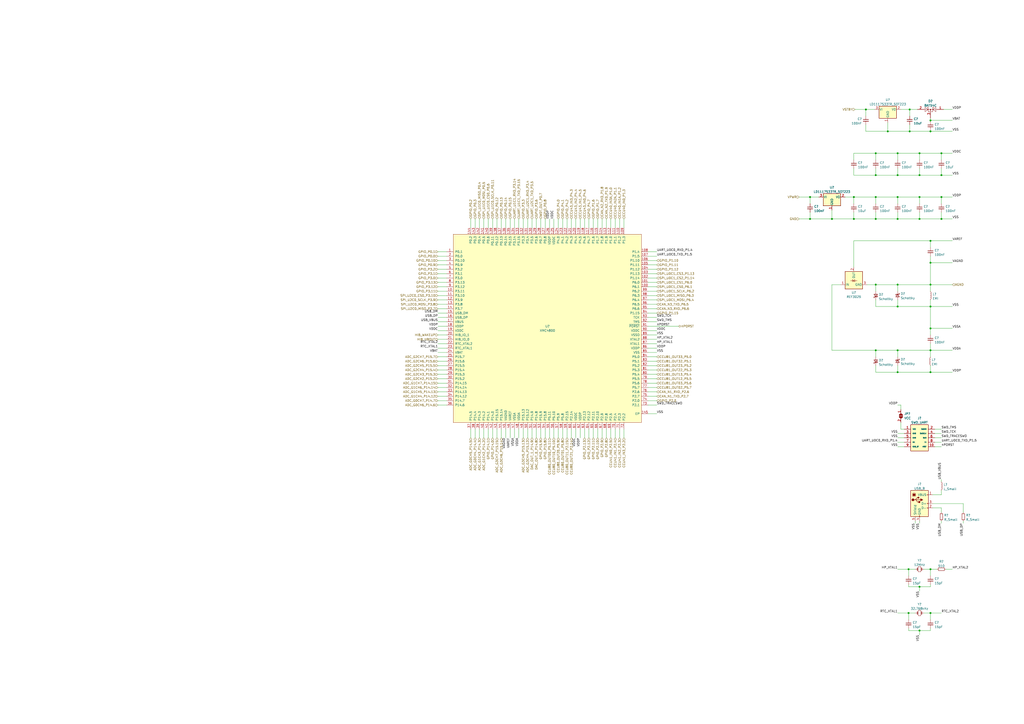
<source format=kicad_sch>
(kicad_sch (version 20211123) (generator eeschema)
  (paper "A2")
  (lib_symbols
    (symbol "Connector:USB_B" (pin_names (offset 1.016))
      (property "Reference" "J" (at -5.08 11.43 0))
      (property "Value" "USB_B" (at -5.08 8.89 0))
      (symbol "USB_B_1_1"
        (pin power_out line (at 7.62 5.08 180) (length 2.54) (name "VBUS") (number "1"))
        (pin bidirectional line (at 7.62 -2.54 180) (length 2.54) (name "D-") (number "2"))
        (pin bidirectional line (at 7.62 0 180) (length 2.54) (name "D+") (number "3"))
        (pin power_out line (at 0 -10.16 90) (length 2.54) (name "GND") (number "4"))
        (pin passive line (at -2.54 -10.16 90) (length 2.54) (name "Shield") (number "5"))
      )
    )
    (symbol "Device:C_Small" (pin_numbers hide) (pin_names (offset 0.254) hide)
      (property "Reference" "C" (at 0.254 1.778 0))
      (property "Value" "C_Small" (at 0.254 -2.032 0))
      (symbol "C_Small_1_1"
        (pin passive line (at 0 2.54 270) (length 2.032) (name "~") (number "1"))
        (pin passive line (at 0 -2.54 90) (length 2.032) (name "~") (number "2"))
      )
    )
    (symbol "Device:Crystal_Small" (pin_numbers hide) (pin_names (offset 1.016) hide)
      (property "Reference" "Y" (at 0 2.54 0))
      (property "Value" "Crystal_Small" (at 0 -2.54 0))
      (symbol "Crystal_Small_1_1"
        (pin passive line (at -2.54 0 0) (length 1.27) (name "1") (number "1"))
        (pin passive line (at 2.54 0 180) (length 1.27) (name "2") (number "2"))
      )
    )
    (symbol "Device:D_Schottky_Small" (pin_numbers hide) (pin_names (offset 0.254) hide)
      (property "Reference" "D" (at -1.27 2.032 0))
      (property "Value" "D_Schottky_Small" (at -7.112 -2.032 0))
      (symbol "D_Schottky_Small_1_1"
        (pin passive line (at -2.54 0 0) (length 1.778) (name "K") (number "1"))
        (pin passive line (at 2.54 0 180) (length 1.778) (name "A") (number "2"))
      )
    )
    (symbol "Device:L_Small" (pin_numbers hide) (pin_names (offset 0.254) hide)
      (property "Reference" "L" (at 0.762 1.016 0))
      (property "Value" "L_Small" (at 0.762 -1.016 0))
      (symbol "L_Small_1_1"
        (pin passive line (at 0 2.54 270) (length 0.508) (name "~") (number "1"))
        (pin passive line (at 0 -2.54 90) (length 0.508) (name "~") (number "2"))
      )
    )
    (symbol "Device:R_Small" (pin_numbers hide) (pin_names (offset 0.254) hide)
      (property "Reference" "R" (at 0.762 0.508 0))
      (property "Value" "R_Small" (at 0.762 -1.016 0))
      (symbol "R_Small_1_1"
        (pin passive line (at 0 2.54 270) (length 0.762) (name "~") (number "1"))
        (pin passive line (at 0 -2.54 90) (length 0.762) (name "~") (number "2"))
      )
    )
    (symbol "Diode:BAT54C" (pin_names (offset 1.016))
      (property "Reference" "D" (at 0.635 -3.81 0))
      (property "Value" "BAT54C" (at -6.35 3.175 0))
      (symbol "BAT54C_1_1"
        (pin passive line (at -7.62 0 0) (length 3.81) (name "~") (number "1"))
        (pin passive line (at 7.62 0 180) (length 3.81) (name "~") (number "2"))
        (pin passive line (at 0 -5.08 90) (length 5.08) (name "~") (number "3"))
      )
    )
    (symbol "Jumper:SolderJumper_2_Open" (pin_names (offset 0) hide)
      (property "Reference" "JP" (at 0 2.032 0))
      (property "Value" "SolderJumper_2_Open" (at 0 -2.54 0))
      (symbol "SolderJumper_2_Open_1_1"
        (pin passive line (at -3.81 0 0) (length 2.54) (name "A") (number "1"))
        (pin passive line (at 3.81 0 180) (length 2.54) (name "B") (number "2"))
      )
    )
    (symbol "Reference_Voltage:REF3025" (pin_names (offset 0.254))
      (property "Reference" "U" (at 0 6.35 0))
      (property "Value" "REF3025" (at 2.54 -6.35 0))
      (symbol "REF3025_1_1"
        (pin power_in line (at -2.54 7.62 270) (length 2.54) (name "IN") (number "1"))
        (pin power_out line (at 7.62 0 180) (length 2.54) (name "OUT") (number "2"))
        (pin power_in line (at -2.54 -7.62 90) (length 2.54) (name "GND") (number "3"))
      )
    )
    (symbol "Regulator_Linear:LD1117S33TR_SOT223" (pin_names (offset 0.254))
      (property "Reference" "U" (at -3.81 3.175 0))
      (property "Value" "LD1117S33TR_SOT223" (at 0 3.175 0))
      (symbol "LD1117S33TR_SOT223_1_1"
        (pin power_in line (at 0 -7.62 90) (length 2.54) (name "GND") (number "1"))
        (pin power_out line (at 7.62 0 180) (length 2.54) (name "VO") (number "2"))
        (pin power_in line (at -7.62 0 0) (length 2.54) (name "VI") (number "3"))
      )
    )
    (symbol "common_conn_02x05_swd_swo_uart:SWD_UART" (pin_names (offset 1.016))
      (property "Reference" "J" (at 0 11.43 0))
      (property "Value" "SWD_UART" (at 0 8.89 0))
      (symbol "SWD_UART_1_1"
        (pin passive line (at -8.89 5.08 0) (length 3.81) (name "VCC") (number "1"))
        (pin passive line (at 8.89 -5.08 180) (length 3.81) (name "nRST") (number "10"))
        (pin passive line (at 8.89 5.08 180) (length 3.81) (name "SWDIO") (number "2"))
        (pin passive line (at -8.89 2.54 0) (length 3.81) (name "GND") (number "3"))
        (pin passive line (at 8.89 2.54 180) (length 3.81) (name "SWDCLK") (number "4"))
        (pin passive line (at -8.89 0 0) (length 3.81) (name "GND") (number "5"))
        (pin passive line (at 8.89 0 180) (length 3.81) (name "SWO") (number "6"))
        (pin passive line (at -8.89 -2.54 0) (length 3.81) (name "RX") (number "7"))
        (pin passive line (at 8.89 -2.54 180) (length 3.81) (name "TX") (number "8"))
        (pin passive line (at -8.89 -5.08 0) (length 3.81) (name "GND_DT") (number "9"))
      )
    )
    (symbol "xmc4800:XMC4800" (pin_names (offset 1.016))
      (property "Reference" "U" (at 64.77 20.32 0))
      (property "Value" "XMC4800" (at 0 0.508 0))
      (symbol "XMC4800_1_1"
        (pin passive line (at -58.42 44.45 0) (length 3.81) (name "P0.1") (number "1"))
        (pin passive line (at -58.42 21.59 0) (length 3.81) (name "P3.11") (number "10"))
        (pin passive line (at 58.42 24.13 180) (length 3.81) (name "P6.1") (number "100"))
        (pin passive line (at 58.42 26.67 180) (length 3.81) (name "P6.0") (number "101"))
        (pin passive line (at 58.42 29.21 180) (length 3.81) (name "P1.14") (number "102"))
        (pin passive line (at 58.42 31.75 180) (length 3.81) (name "P1.13") (number "103"))
        (pin passive line (at 58.42 34.29 180) (length 3.81) (name "P1.12") (number "104"))
        (pin passive line (at 58.42 36.83 180) (length 3.81) (name "P1.11") (number "105"))
        (pin passive line (at 58.42 39.37 180) (length 3.81) (name "P1.10") (number "106"))
        (pin passive line (at 58.42 41.91 180) (length 3.81) (name "P1.5") (number "107"))
        (pin passive line (at 58.42 44.45 180) (length 3.81) (name "P1.4") (number "108"))
        (pin passive line (at 44.45 58.42 270) (length 3.81) (name "P1.3") (number "109"))
        (pin passive line (at -58.42 19.05 0) (length 3.81) (name "P3.10") (number "11"))
        (pin passive line (at 41.91 58.42 270) (length 3.81) (name "P1.2") (number "110"))
        (pin passive line (at 39.37 58.42 270) (length 3.81) (name "P1.1") (number "111"))
        (pin passive line (at 36.83 58.42 270) (length 3.81) (name "P1.0") (number "112"))
        (pin passive line (at 34.29 58.42 270) (length 3.81) (name "P1.9") (number "113"))
        (pin passive line (at 31.75 58.42 270) (length 3.81) (name "P1.8") (number "114"))
        (pin passive line (at 29.21 58.42 270) (length 3.81) (name "P1.7") (number "115"))
        (pin passive line (at 26.67 58.42 270) (length 3.81) (name "P1.6") (number "116"))
        (pin passive line (at 24.13 58.42 270) (length 3.81) (name "P4.7") (number "117"))
        (pin passive line (at 21.59 58.42 270) (length 3.81) (name "P4.6") (number "118"))
        (pin passive line (at 19.05 58.42 270) (length 3.81) (name "P4.5") (number "119"))
        (pin passive line (at -58.42 16.51 0) (length 3.81) (name "P3.9") (number "12"))
        (pin passive line (at 16.51 58.42 270) (length 3.81) (name "P4.4") (number "120"))
        (pin passive line (at 13.97 58.42 270) (length 3.81) (name "P4.3") (number "121"))
        (pin passive line (at 11.43 58.42 270) (length 3.81) (name "P4.2") (number "122"))
        (pin passive line (at 8.89 58.42 270) (length 3.81) (name "P4.1") (number "123"))
        (pin passive line (at 6.35 58.42 270) (length 3.81) (name "P4.0") (number "124"))
        (pin passive line (at 3.81 58.42 270) (length 3.81) (name "VDDC") (number "125"))
        (pin passive line (at 1.27 58.42 270) (length 3.81) (name "VDDP") (number "126"))
        (pin passive line (at -1.27 58.42 270) (length 3.81) (name "P0.8") (number "127"))
        (pin passive line (at -3.81 58.42 270) (length 3.81) (name "P0.7") (number "128"))
        (pin passive line (at -6.35 58.42 270) (length 3.81) (name "P3.6") (number "129"))
        (pin passive line (at -58.42 13.97 0) (length 3.81) (name "P3.8") (number "13"))
        (pin passive line (at -8.89 58.42 270) (length 3.81) (name "P3.5") (number "130"))
        (pin passive line (at -11.43 58.42 270) (length 3.81) (name "P3.4") (number "131"))
        (pin passive line (at -13.97 58.42 270) (length 3.81) (name "P3.3") (number "132"))
        (pin passive line (at -16.51 58.42 270) (length 3.81) (name "P3.15") (number "133"))
        (pin passive line (at -19.05 58.42 270) (length 3.81) (name "P3.14") (number "134"))
        (pin passive line (at -21.59 58.42 270) (length 3.81) (name "P0.15") (number "135"))
        (pin passive line (at -24.13 58.42 270) (length 3.81) (name "P0.14") (number "136"))
        (pin passive line (at -26.67 58.42 270) (length 3.81) (name "P0.13") (number "137"))
        (pin passive line (at -29.21 58.42 270) (length 3.81) (name "P0.12") (number "138"))
        (pin passive line (at -31.75 58.42 270) (length 3.81) (name "P0.11") (number "139"))
        (pin passive line (at -58.42 11.43 0) (length 3.81) (name "P3.7") (number "14"))
        (pin passive line (at -34.29 58.42 270) (length 3.81) (name "P0.6") (number "140"))
        (pin passive line (at -36.83 58.42 270) (length 3.81) (name "P0.5") (number "141"))
        (pin passive line (at -39.37 58.42 270) (length 3.81) (name "P0.4") (number "142"))
        (pin passive line (at -41.91 58.42 270) (length 3.81) (name "P0.3") (number "143"))
        (pin passive line (at -44.45 58.42 270) (length 3.81) (name "P0.2") (number "144"))
        (pin passive line (at 58.42 -49.53 180) (length 3.81) (name "EP") (number "145"))
        (pin passive line (at -58.42 8.89 0) (length 3.81) (name "USB_DM") (number "15"))
        (pin passive line (at -58.42 6.35 0) (length 3.81) (name "USB_DP") (number "16"))
        (pin passive line (at -58.42 3.81 0) (length 3.81) (name "VBUS") (number "17"))
        (pin passive line (at -58.42 1.27 0) (length 3.81) (name "VDDP") (number "18"))
        (pin passive line (at -58.42 -1.27 0) (length 3.81) (name "VDDC") (number "19"))
        (pin passive line (at -58.42 41.91 0) (length 3.81) (name "P0.0") (number "2"))
        (pin passive line (at -58.42 -3.81 0) (length 3.81) (name "HIB_IO_1~{}") (number "20"))
        (pin passive line (at -58.42 -6.35 0) (length 3.81) (name "HIB_IO_0") (number "21"))
        (pin passive line (at -58.42 -8.89 0) (length 3.81) (name "RTC_XTAL2") (number "22"))
        (pin passive line (at -58.42 -11.43 0) (length 3.81) (name "RTC_XTAL1") (number "23"))
        (pin passive line (at -58.42 -13.97 0) (length 3.81) (name "VBAT") (number "24"))
        (pin passive line (at -58.42 -16.51 0) (length 3.81) (name "P15.7") (number "25"))
        (pin passive line (at -58.42 -19.05 0) (length 3.81) (name "P15.6") (number "26"))
        (pin passive line (at -58.42 -21.59 0) (length 3.81) (name "P15.5") (number "27"))
        (pin passive line (at -58.42 -24.13 0) (length 3.81) (name "P15.4") (number "28"))
        (pin passive line (at -58.42 -26.67 0) (length 3.81) (name "P15.3") (number "29"))
        (pin passive line (at -58.42 39.37 0) (length 3.81) (name "P0.10") (number "3"))
        (pin passive line (at -58.42 -29.21 0) (length 3.81) (name "P15.2") (number "30"))
        (pin passive line (at -58.42 -31.75 0) (length 3.81) (name "P14.15") (number "31"))
        (pin passive line (at -58.42 -34.29 0) (length 3.81) (name "P14.14") (number "32"))
        (pin passive line (at -58.42 -36.83 0) (length 3.81) (name "P14.13") (number "33"))
        (pin passive line (at -58.42 -39.37 0) (length 3.81) (name "P14.12") (number "34"))
        (pin passive line (at -58.42 -41.91 0) (length 3.81) (name "P14.7") (number "35"))
        (pin passive line (at -58.42 -44.45 0) (length 3.81) (name "P14.6") (number "36"))
        (pin passive line (at -44.45 -58.42 90) (length 3.81) (name "P14.5") (number "37"))
        (pin passive line (at -41.91 -58.42 90) (length 3.81) (name "P14.4") (number "38"))
        (pin passive line (at -39.37 -58.42 90) (length 3.81) (name "P14.3") (number "39"))
        (pin passive line (at -58.42 36.83 0) (length 3.81) (name "P0.9") (number "4"))
        (pin passive line (at -36.83 -58.42 90) (length 3.81) (name "P14.2") (number "40"))
        (pin passive line (at -34.29 -58.42 90) (length 3.81) (name "P14.1") (number "41"))
        (pin passive line (at -31.75 -58.42 90) (length 3.81) (name "P14.0") (number "42"))
        (pin passive line (at -29.21 -58.42 90) (length 3.81) (name "P15.15") (number "43"))
        (pin passive line (at -26.67 -58.42 90) (length 3.81) (name "P15.14") (number "44"))
        (pin passive line (at -24.13 -58.42 90) (length 3.81) (name "VAGND") (number "45"))
        (pin passive line (at -21.59 -58.42 90) (length 3.81) (name "VAREF") (number "46"))
        (pin passive line (at -19.05 -58.42 90) (length 3.81) (name "VSSA") (number "47"))
        (pin passive line (at -16.51 -58.42 90) (length 3.81) (name "VDDA") (number "48"))
        (pin passive line (at -13.97 -58.42 90) (length 3.81) (name "P15.13") (number "49"))
        (pin passive line (at -58.42 34.29 0) (length 3.81) (name "P3.2") (number "5"))
        (pin passive line (at -11.43 -58.42 90) (length 3.81) (name "P15.12") (number "50"))
        (pin passive line (at -8.89 -58.42 90) (length 3.81) (name "P14.9") (number "51"))
        (pin passive line (at -6.35 -58.42 90) (length 3.81) (name "P14.8") (number "52"))
        (pin passive line (at -3.81 -58.42 90) (length 3.81) (name "P15.9") (number "53"))
        (pin passive line (at -1.27 -58.42 90) (length 3.81) (name "P15.8") (number "54"))
        (pin passive line (at 1.27 -58.42 90) (length 3.81) (name "P5.11") (number "55"))
        (pin passive line (at 3.81 -58.42 90) (length 3.81) (name "P5.10") (number "56"))
        (pin passive line (at 6.35 -58.42 90) (length 3.81) (name "P5.9") (number "57"))
        (pin passive line (at 8.89 -58.42 90) (length 3.81) (name "P5.8") (number "58"))
        (pin passive line (at 11.43 -58.42 90) (length 3.81) (name "P2.15") (number "59"))
        (pin passive line (at -58.42 31.75 0) (length 3.81) (name "P3.1") (number "6"))
        (pin passive line (at 13.97 -58.42 90) (length 3.81) (name "P2.14") (number "60"))
        (pin passive line (at 16.51 -58.42 90) (length 3.81) (name "VDDC") (number "61"))
        (pin passive line (at 19.05 -58.42 90) (length 3.81) (name "VDDP") (number "62"))
        (pin passive line (at 21.59 -58.42 90) (length 3.81) (name "P2.13") (number "63"))
        (pin passive line (at 24.13 -58.42 90) (length 3.81) (name "P2.12") (number "64"))
        (pin passive line (at 26.67 -58.42 90) (length 3.81) (name "P2.11") (number "65"))
        (pin passive line (at 29.21 -58.42 90) (length 3.81) (name "P2.10") (number "66"))
        (pin passive line (at 31.75 -58.42 90) (length 3.81) (name "P2.9") (number "67"))
        (pin passive line (at 34.29 -58.42 90) (length 3.81) (name "P2.8") (number "68"))
        (pin passive line (at 36.83 -58.42 90) (length 3.81) (name "P2.5") (number "69"))
        (pin passive line (at -58.42 29.21 0) (length 3.81) (name "P3.0") (number "7"))
        (pin passive line (at 39.37 -58.42 90) (length 3.81) (name "P2.4") (number "70"))
        (pin passive line (at 41.91 -58.42 90) (length 3.81) (name "P2.3") (number "71"))
        (pin passive line (at 44.45 -58.42 90) (length 3.81) (name "P2.2") (number "72"))
        (pin passive line (at 58.42 -44.45 180) (length 3.81) (name "P2.1") (number "73"))
        (pin passive line (at 58.42 -41.91 180) (length 3.81) (name "P2.0") (number "74"))
        (pin passive line (at 58.42 -39.37 180) (length 3.81) (name "P2.7") (number "75"))
        (pin passive line (at 58.42 -36.83 180) (length 3.81) (name "P2.6") (number "76"))
        (pin passive line (at 58.42 -34.29 180) (length 3.81) (name "P5.7") (number "77"))
        (pin passive line (at 58.42 -31.75 180) (length 3.81) (name "P5.6") (number "78"))
        (pin passive line (at 58.42 -29.21 180) (length 3.81) (name "P5.5") (number "79"))
        (pin passive line (at -58.42 26.67 0) (length 3.81) (name "P3.13") (number "8"))
        (pin passive line (at 58.42 -26.67 180) (length 3.81) (name "P5.4") (number "80"))
        (pin passive line (at 58.42 -24.13 180) (length 3.81) (name "P5.3") (number "81"))
        (pin passive line (at 58.42 -21.59 180) (length 3.81) (name "P5.2") (number "82"))
        (pin passive line (at 58.42 -19.05 180) (length 3.81) (name "P5.1") (number "83"))
        (pin passive line (at 58.42 -16.51 180) (length 3.81) (name "P5.0") (number "84"))
        (pin passive line (at 58.42 -13.97 180) (length 3.81) (name "VSS") (number "85"))
        (pin passive line (at 58.42 -11.43 180) (length 3.81) (name "VDDP") (number "86"))
        (pin passive line (at 58.42 -8.89 180) (length 3.81) (name "XTAL1") (number "87"))
        (pin passive line (at 58.42 -6.35 180) (length 3.81) (name "XTAL2") (number "88"))
        (pin passive line (at 58.42 -3.81 180) (length 3.81) (name "VSSO") (number "89"))
        (pin passive line (at -58.42 24.13 0) (length 3.81) (name "P3.12") (number "9"))
        (pin passive line (at 58.42 -1.27 180) (length 3.81) (name "VDDC") (number "90"))
        (pin passive line (at 58.42 1.27 180) (length 3.81) (name "~{PORST}") (number "91"))
        (pin passive line (at 58.42 3.81 180) (length 3.81) (name "TMS") (number "92"))
        (pin passive line (at 58.42 6.35 180) (length 3.81) (name "TCK") (number "93"))
        (pin passive line (at 58.42 8.89 180) (length 3.81) (name "P1.15") (number "94"))
        (pin passive line (at 58.42 11.43 180) (length 3.81) (name "P6.6") (number "95"))
        (pin passive line (at 58.42 13.97 180) (length 3.81) (name "P6.5") (number "96"))
        (pin passive line (at 58.42 16.51 180) (length 3.81) (name "P6.4") (number "97"))
        (pin passive line (at 58.42 19.05 180) (length 3.81) (name "P6.3") (number "98"))
        (pin passive line (at 58.42 21.59 180) (length 3.81) (name "P6.2") (number "99"))
      )
    )
  )
  (junction (at 527.05 355.6))
  (junction (at 533.4 88.9))
  (junction (at 508 114.3))
  (junction (at 539.75 330.2))
  (junction (at 533.4 114.3))
  (junction (at 527.685 63.5))
  (junction (at 539.75 215.9))
  (junction (at 508 101.6))
  (junction (at 533.4 340.36))
  (junction (at 527.685 76.2))
  (junction (at 520.7 114.3))
  (junction (at 520.7 203.2))
  (junction (at 539.75 203.2))
  (junction (at 520.7 101.6))
  (junction (at 502.285 63.5))
  (junction (at 539.75 177.8))
  (junction (at 546.1 127))
  (junction (at 533.4 101.6))
  (junction (at 520.7 88.9))
  (junction (at 546.1 114.3))
  (junction (at 539.75 355.6))
  (junction (at 539.75 190.5))
  (junction (at 539.75 139.7))
  (junction (at 508 203.2))
  (junction (at 539.75 165.1))
  (junction (at 508 127))
  (junction (at 495.3 114.3))
  (junction (at 539.75 76.2))
  (junction (at 520.7 165.1))
  (junction (at 539.75 69.85))
  (junction (at 482.6 127))
  (junction (at 508 88.9))
  (junction (at 546.1 101.6))
  (junction (at 469.9 127))
  (junction (at 539.75 152.4))
  (junction (at 527.05 330.2))
  (junction (at 514.985 76.2))
  (junction (at 520.7 127))
  (junction (at 469.9 114.3))
  (junction (at 520.7 177.8))
  (junction (at 520.7 215.9))
  (junction (at 508 165.1))
  (junction (at 533.4 365.76))
  (junction (at 533.4 127))
  (junction (at 546.1 88.9))
  (junction (at 495.3 127))
  (wire (pts (xy 522.605 248.92) (xy 524.51 248.92)))
  (wire (pts (xy 280.67 127) (xy 280.67 132.08)))
  (wire (pts (xy 514.985 76.2) (xy 527.685 76.2)))
  (wire (pts (xy 546.1 97.79) (xy 546.1 101.6)))
  (wire (pts (xy 539.75 177.8) (xy 552.45 177.8)))
  (wire (pts (xy 275.59 248.92) (xy 275.59 254)))
  (wire (pts (xy 547.37 63.5) (xy 552.45 63.5)))
  (wire (pts (xy 539.75 365.76) (xy 533.4 365.76)))
  (wire (pts (xy 375.92 173.99) (xy 381 173.99)))
  (wire (pts (xy 508 177.8) (xy 520.7 177.8)))
  (wire (pts (xy 546.1 127) (xy 546.1 123.19)))
  (wire (pts (xy 520.7 234.95) (xy 522.605 234.95)))
  (wire (pts (xy 278.13 248.92) (xy 278.13 254)))
  (wire (pts (xy 469.9 114.3) (xy 469.9 118.11)))
  (wire (pts (xy 334.01 248.92) (xy 334.01 254)))
  (wire (pts (xy 527.685 67.31) (xy 527.685 63.5)))
  (wire (pts (xy 541.02 294.64) (xy 546.1 294.64)))
  (wire (pts (xy 508 88.9) (xy 508 92.71)))
  (wire (pts (xy 514.985 71.12) (xy 514.985 76.2)))
  (wire (pts (xy 375.92 186.69) (xy 381 186.69)))
  (wire (pts (xy 508 127) (xy 520.7 127)))
  (wire (pts (xy 306.07 127) (xy 306.07 132.08)))
  (wire (pts (xy 469.9 123.19) (xy 469.9 127)))
  (wire (pts (xy 546.1 127) (xy 552.45 127)))
  (wire (pts (xy 522.605 234.95) (xy 522.605 237.49)))
  (wire (pts (xy 520.7 177.8) (xy 539.75 177.8)))
  (wire (pts (xy 539.75 148.59) (xy 539.75 152.4)))
  (wire (pts (xy 346.71 248.92) (xy 346.71 254)))
  (wire (pts (xy 558.8 292.1) (xy 558.8 297.18)))
  (wire (pts (xy 356.87 248.92) (xy 356.87 254)))
  (wire (pts (xy 254 176.53) (xy 259.08 176.53)))
  (wire (pts (xy 533.4 127) (xy 546.1 127)))
  (wire (pts (xy 527.685 63.5) (xy 532.13 63.5)))
  (wire (pts (xy 375.92 163.83) (xy 381 163.83)))
  (wire (pts (xy 303.53 248.92) (xy 303.53 254)))
  (wire (pts (xy 546.1 92.71) (xy 546.1 88.9)))
  (wire (pts (xy 520.7 215.9) (xy 539.75 215.9)))
  (wire (pts (xy 254 232.41) (xy 259.08 232.41)))
  (wire (pts (xy 546.1 88.9) (xy 533.4 88.9)))
  (wire (pts (xy 331.47 248.92) (xy 331.47 254)))
  (wire (pts (xy 295.91 248.92) (xy 295.91 254)))
  (wire (pts (xy 300.99 127) (xy 300.99 132.08)))
  (wire (pts (xy 254 184.15) (xy 259.08 184.15)))
  (wire (pts (xy 539.75 203.2) (xy 539.75 199.39)))
  (wire (pts (xy 520.7 259.08) (xy 524.51 259.08)))
  (wire (pts (xy 298.45 127) (xy 298.45 132.08)))
  (wire (pts (xy 334.01 127) (xy 334.01 132.08)))
  (wire (pts (xy 546.1 278.13) (xy 546.1 279.4)))
  (wire (pts (xy 273.05 127) (xy 273.05 132.08)))
  (wire (pts (xy 539.75 165.1) (xy 552.45 165.1)))
  (wire (pts (xy 254 229.87) (xy 259.08 229.87)))
  (wire (pts (xy 539.75 69.85) (xy 539.75 70.485)))
  (wire (pts (xy 254 234.95) (xy 259.08 234.95)))
  (wire (pts (xy 502.285 76.2) (xy 514.985 76.2)))
  (wire (pts (xy 254 199.39) (xy 259.08 199.39)))
  (wire (pts (xy 285.75 127) (xy 285.75 132.08)))
  (wire (pts (xy 254 171.45) (xy 259.08 171.45)))
  (wire (pts (xy 533.4 340.36) (xy 533.4 342.9)))
  (wire (pts (xy 354.33 127) (xy 354.33 132.08)))
  (wire (pts (xy 520.7 92.71) (xy 520.7 88.9)))
  (wire (pts (xy 311.15 248.92) (xy 311.15 254)))
  (wire (pts (xy 254 214.63) (xy 259.08 214.63)))
  (wire (pts (xy 361.95 248.92) (xy 361.95 254)))
  (wire (pts (xy 375.92 191.77) (xy 381 191.77)))
  (wire (pts (xy 375.92 222.25) (xy 381 222.25)))
  (wire (pts (xy 495.935 63.5) (xy 502.285 63.5)))
  (wire (pts (xy 254 209.55) (xy 259.08 209.55)))
  (wire (pts (xy 375.92 153.67) (xy 381 153.67)))
  (wire (pts (xy 469.9 127) (xy 482.6 127)))
  (wire (pts (xy 375.92 212.09) (xy 381 212.09)))
  (wire (pts (xy 254 194.31) (xy 259.08 194.31)))
  (wire (pts (xy 328.93 248.92) (xy 328.93 254)))
  (wire (pts (xy 293.37 248.92) (xy 293.37 254)))
  (wire (pts (xy 546.1 294.64) (xy 546.1 297.18)))
  (wire (pts (xy 539.75 215.9) (xy 552.45 215.9)))
  (wire (pts (xy 375.92 234.95) (xy 381 234.95)))
  (wire (pts (xy 254 181.61) (xy 259.08 181.61)))
  (wire (pts (xy 542.29 251.46) (xy 546.1 251.46)))
  (wire (pts (xy 533.4 365.76) (xy 533.4 368.3)))
  (wire (pts (xy 326.39 127) (xy 326.39 132.08)))
  (wire (pts (xy 539.75 139.7) (xy 539.75 143.51)))
  (wire (pts (xy 539.75 355.6) (xy 539.75 359.41)))
  (wire (pts (xy 254 151.13) (xy 259.08 151.13)))
  (wire (pts (xy 508 173.99) (xy 508 177.8)))
  (wire (pts (xy 535.94 355.6) (xy 539.75 355.6)))
  (wire (pts (xy 361.95 127) (xy 361.95 132.08)))
  (wire (pts (xy 508 114.3) (xy 495.3 114.3)))
  (wire (pts (xy 298.45 248.92) (xy 298.45 254)))
  (wire (pts (xy 339.09 127) (xy 339.09 132.08)))
  (wire (pts (xy 539.75 190.5) (xy 539.75 194.31)))
  (wire (pts (xy 254 156.21) (xy 259.08 156.21)))
  (wire (pts (xy 375.92 194.31) (xy 381 194.31)))
  (wire (pts (xy 495.3 101.6) (xy 508 101.6)))
  (wire (pts (xy 375.92 189.23) (xy 393.7 189.23)))
  (wire (pts (xy 254 207.01) (xy 259.08 207.01)))
  (wire (pts (xy 539.75 152.4) (xy 539.75 165.1)))
  (wire (pts (xy 308.61 127) (xy 308.61 132.08)))
  (wire (pts (xy 273.05 248.92) (xy 273.05 254)))
  (wire (pts (xy 487.68 165.1) (xy 482.6 165.1)))
  (wire (pts (xy 336.55 127) (xy 336.55 132.08)))
  (wire (pts (xy 375.92 148.59) (xy 381 148.59)))
  (wire (pts (xy 520.7 254) (xy 524.51 254)))
  (wire (pts (xy 539.75 177.8) (xy 539.75 190.5)))
  (wire (pts (xy 539.75 330.2) (xy 539.75 334.01)))
  (wire (pts (xy 375.92 166.37) (xy 381 166.37)))
  (wire (pts (xy 533.4 92.71) (xy 533.4 88.9)))
  (wire (pts (xy 520.7 203.2) (xy 539.75 203.2)))
  (wire (pts (xy 300.99 248.92) (xy 300.99 254)))
  (wire (pts (xy 546.1 287.02) (xy 546.1 284.48)))
  (wire (pts (xy 375.92 240.03) (xy 381 240.03)))
  (wire (pts (xy 375.92 171.45) (xy 381 171.45)))
  (wire (pts (xy 331.47 127) (xy 331.47 132.08)))
  (wire (pts (xy 539.75 173.99) (xy 539.75 177.8)))
  (wire (pts (xy 254 163.83) (xy 259.08 163.83)))
  (wire (pts (xy 344.17 127) (xy 344.17 132.08)))
  (wire (pts (xy 527.05 339.09) (xy 527.05 340.36)))
  (wire (pts (xy 520.7 173.99) (xy 520.7 177.8)))
  (wire (pts (xy 533.4 114.3) (xy 546.1 114.3)))
  (wire (pts (xy 375.92 151.13) (xy 381 151.13)))
  (wire (pts (xy 254 179.07) (xy 259.08 179.07)))
  (wire (pts (xy 527.05 355.6) (xy 530.86 355.6)))
  (wire (pts (xy 539.75 203.2) (xy 539.75 207.01)))
  (wire (pts (xy 539.75 152.4) (xy 552.45 152.4)))
  (wire (pts (xy 351.79 127) (xy 351.79 132.08)))
  (wire (pts (xy 254 168.91) (xy 259.08 168.91)))
  (wire (pts (xy 283.21 127) (xy 283.21 132.08)))
  (wire (pts (xy 542.29 256.54) (xy 546.1 256.54)))
  (wire (pts (xy 375.92 196.85) (xy 381 196.85)))
  (wire (pts (xy 375.92 227.33) (xy 381 227.33)))
  (wire (pts (xy 546.1 101.6) (xy 552.45 101.6)))
  (wire (pts (xy 321.31 248.92) (xy 321.31 254)))
  (wire (pts (xy 375.92 201.93) (xy 381 201.93)))
  (wire (pts (xy 546.1 114.3) (xy 546.1 118.11)))
  (wire (pts (xy 520.7 203.2) (xy 520.7 207.01)))
  (wire (pts (xy 520.7 165.1) (xy 520.7 168.91)))
  (wire (pts (xy 254 196.85) (xy 259.08 196.85)))
  (wire (pts (xy 495.3 97.79) (xy 495.3 101.6)))
  (wire (pts (xy 463.55 127) (xy 469.9 127)))
  (wire (pts (xy 280.67 248.92) (xy 280.67 254)))
  (wire (pts (xy 495.3 127) (xy 508 127)))
  (wire (pts (xy 520.7 165.1) (xy 539.75 165.1)))
  (wire (pts (xy 508 203.2) (xy 508 207.01)))
  (wire (pts (xy 533.4 114.3) (xy 520.7 114.3)))
  (wire (pts (xy 539.75 364.49) (xy 539.75 365.76)))
  (wire (pts (xy 533.4 123.19) (xy 533.4 127)))
  (wire (pts (xy 522.605 245.11) (xy 522.605 248.92)))
  (wire (pts (xy 533.4 114.3) (xy 533.4 118.11)))
  (wire (pts (xy 375.92 158.75) (xy 381 158.75)))
  (wire (pts (xy 316.23 248.92) (xy 316.23 254)))
  (wire (pts (xy 316.23 127) (xy 316.23 132.08)))
  (wire (pts (xy 508 114.3) (xy 508 118.11)))
  (wire (pts (xy 520.7 123.19) (xy 520.7 127)))
  (wire (pts (xy 490.22 114.3) (xy 495.3 114.3)))
  (wire (pts (xy 533.4 365.76) (xy 527.05 365.76)))
  (wire (pts (xy 346.71 127) (xy 346.71 132.08)))
  (wire (pts (xy 502.92 165.1) (xy 508 165.1)))
  (wire (pts (xy 328.93 127) (xy 328.93 132.08)))
  (wire (pts (xy 341.63 127) (xy 341.63 132.08)))
  (wire (pts (xy 295.91 127) (xy 295.91 132.08)))
  (wire (pts (xy 283.21 248.92) (xy 283.21 254)))
  (wire (pts (xy 533.4 97.79) (xy 533.4 101.6)))
  (wire (pts (xy 508 165.1) (xy 520.7 165.1)))
  (wire (pts (xy 522.605 63.5) (xy 527.685 63.5)))
  (wire (pts (xy 290.83 127) (xy 290.83 132.08)))
  (wire (pts (xy 341.63 248.92) (xy 341.63 254)))
  (wire (pts (xy 520.7 101.6) (xy 533.4 101.6)))
  (wire (pts (xy 533.4 101.6) (xy 546.1 101.6)))
  (wire (pts (xy 275.59 127) (xy 275.59 132.08)))
  (wire (pts (xy 548.64 330.2) (xy 552.45 330.2)))
  (wire (pts (xy 542.29 254) (xy 546.1 254)))
  (wire (pts (xy 558.8 302.26) (xy 558.8 303.53)))
  (wire (pts (xy 375.92 176.53) (xy 381 176.53)))
  (wire (pts (xy 254 166.37) (xy 259.08 166.37)))
  (wire (pts (xy 288.29 248.92) (xy 288.29 254)))
  (wire (pts (xy 482.6 127) (xy 495.3 127)))
  (wire (pts (xy 375.92 224.79) (xy 381 224.79)))
  (wire (pts (xy 520.7 330.2) (xy 527.05 330.2)))
  (wire (pts (xy 339.09 248.92) (xy 339.09 254)))
  (wire (pts (xy 318.77 127) (xy 318.77 132.08)))
  (wire (pts (xy 359.41 127) (xy 359.41 132.08)))
  (wire (pts (xy 375.92 219.71) (xy 381 219.71)))
  (wire (pts (xy 539.75 330.2) (xy 543.56 330.2)))
  (wire (pts (xy 313.69 127) (xy 313.69 132.08)))
  (wire (pts (xy 254 153.67) (xy 259.08 153.67)))
  (wire (pts (xy 520.7 114.3) (xy 508 114.3)))
  (wire (pts (xy 254 186.69) (xy 259.08 186.69)))
  (wire (pts (xy 508 165.1) (xy 508 168.91)))
  (wire (pts (xy 336.55 248.92) (xy 336.55 254)))
  (wire (pts (xy 375.92 199.39) (xy 381 199.39)))
  (wire (pts (xy 278.13 127) (xy 278.13 132.08)))
  (wire (pts (xy 539.75 68.58) (xy 539.75 69.85)))
  (wire (pts (xy 535.94 330.2) (xy 539.75 330.2)))
  (wire (pts (xy 254 222.25) (xy 259.08 222.25)))
  (wire (pts (xy 359.41 248.92) (xy 359.41 254)))
  (wire (pts (xy 254 201.93) (xy 259.08 201.93)))
  (wire (pts (xy 527.685 76.2) (xy 539.75 76.2)))
  (wire (pts (xy 495.3 88.9) (xy 495.3 92.71)))
  (wire (pts (xy 375.92 229.87) (xy 381 229.87)))
  (wire (pts (xy 495.3 88.9) (xy 508 88.9)))
  (wire (pts (xy 354.33 248.92) (xy 354.33 254)))
  (wire (pts (xy 495.3 139.7) (xy 495.3 154.94)))
  (wire (pts (xy 527.685 72.39) (xy 527.685 76.2)))
  (wire (pts (xy 520.7 97.79) (xy 520.7 101.6)))
  (wire (pts (xy 482.6 165.1) (xy 482.6 203.2)))
  (wire (pts (xy 463.55 114.3) (xy 469.9 114.3)))
  (wire (pts (xy 495.3 114.3) (xy 495.3 118.11)))
  (wire (pts (xy 303.53 127) (xy 303.53 132.08)))
  (wire (pts (xy 542.29 248.92) (xy 546.1 248.92)))
  (wire (pts (xy 254 158.75) (xy 259.08 158.75)))
  (wire (pts (xy 527.05 355.6) (xy 527.05 359.41)))
  (wire (pts (xy 542.29 259.08) (xy 546.1 259.08)))
  (wire (pts (xy 520.7 212.09) (xy 520.7 215.9)))
  (wire (pts (xy 539.75 340.36) (xy 539.75 339.09)))
  (wire (pts (xy 508 101.6) (xy 520.7 101.6)))
  (wire (pts (xy 254 191.77) (xy 259.08 191.77)))
  (wire (pts (xy 508 97.79) (xy 508 101.6)))
  (wire (pts (xy 546.1 88.9) (xy 552.45 88.9)))
  (wire (pts (xy 502.285 63.5) (xy 502.285 67.31)))
  (wire (pts (xy 254 148.59) (xy 259.08 148.59)))
  (wire (pts (xy 375.92 207.01) (xy 381 207.01)))
  (wire (pts (xy 356.87 127) (xy 356.87 132.08)))
  (wire (pts (xy 254 161.29) (xy 259.08 161.29)))
  (wire (pts (xy 254 227.33) (xy 259.08 227.33)))
  (wire (pts (xy 321.31 127) (xy 321.31 132.08)))
  (wire (pts (xy 288.29 127) (xy 288.29 132.08)))
  (wire (pts (xy 254 224.79) (xy 259.08 224.79)))
  (wire (pts (xy 313.69 248.92) (xy 313.69 254)))
  (wire (pts (xy 375.92 146.05) (xy 381 146.05)))
  (wire (pts (xy 254 212.09) (xy 259.08 212.09)))
  (wire (pts (xy 539.75 75.565) (xy 539.75 76.2)))
  (wire (pts (xy 546.1 302.26) (xy 546.1 303.53)))
  (wire (pts (xy 326.39 248.92) (xy 326.39 254)))
  (wire (pts (xy 527.05 330.2) (xy 527.05 334.01)))
  (wire (pts (xy 375.92 161.29) (xy 381 161.29)))
  (wire (pts (xy 375.92 209.55) (xy 381 209.55)))
  (wire (pts (xy 482.6 203.2) (xy 508 203.2)))
  (wire (pts (xy 495.3 123.19) (xy 495.3 127)))
  (wire (pts (xy 349.25 248.92) (xy 349.25 254)))
  (wire (pts (xy 254 204.47) (xy 259.08 204.47)))
  (wire (pts (xy 351.79 248.92) (xy 351.79 254)))
  (wire (pts (xy 293.37 127) (xy 293.37 132.08)))
  (wire (pts (xy 502.285 72.39) (xy 502.285 76.2)))
  (wire (pts (xy 520.7 88.9) (xy 508 88.9)))
  (wire (pts (xy 349.25 127) (xy 349.25 132.08)))
  (wire (pts (xy 527.05 330.2) (xy 530.86 330.2)))
  (wire (pts (xy 375.92 184.15) (xy 381 184.15)))
  (wire (pts (xy 539.75 190.5) (xy 552.45 190.5)))
  (wire (pts (xy 495.3 139.7) (xy 539.75 139.7)))
  (wire (pts (xy 318.77 248.92) (xy 318.77 254)))
  (wire (pts (xy 308.61 248.92) (xy 308.61 254)))
  (wire (pts (xy 285.75 248.92) (xy 285.75 254)))
  (wire (pts (xy 508 215.9) (xy 520.7 215.9)))
  (wire (pts (xy 375.92 181.61) (xy 381 181.61)))
  (wire (pts (xy 344.17 248.92) (xy 344.17 254)))
  (wire (pts (xy 520.7 127) (xy 533.4 127)))
  (wire (pts (xy 539.75 76.2) (xy 552.45 76.2)))
  (wire (pts (xy 539.75 139.7) (xy 552.45 139.7)))
  (wire (pts (xy 254 189.23) (xy 259.08 189.23)))
  (wire (pts (xy 311.15 127) (xy 311.15 132.08)))
  (wire (pts (xy 539.75 212.09) (xy 539.75 215.9)))
  (wire (pts (xy 508 212.09) (xy 508 215.9)))
  (wire (pts (xy 469.9 114.3) (xy 474.98 114.3)))
  (wire (pts (xy 502.285 63.5) (xy 507.365 63.5)))
  (wire (pts (xy 482.6 127) (xy 482.6 121.92)))
  (wire (pts (xy 539.75 165.1) (xy 539.75 168.91)))
  (wire (pts (xy 375.92 232.41) (xy 381 232.41)))
  (wire (pts (xy 527.05 340.36) (xy 533.4 340.36)))
  (wire (pts (xy 552.45 203.2) (xy 539.75 203.2)))
  (wire (pts (xy 254 219.71) (xy 259.08 219.71)))
  (wire (pts (xy 375.92 156.21) (xy 381 156.21)))
  (wire (pts (xy 375.92 204.47) (xy 381 204.47)))
  (wire (pts (xy 375.92 214.63) (xy 381 214.63)))
  (wire (pts (xy 520.7 355.6) (xy 527.05 355.6)))
  (wire (pts (xy 375.92 217.17) (xy 381 217.17)))
  (wire (pts (xy 254 173.99) (xy 259.08 173.99)))
  (wire (pts (xy 539.75 69.85) (xy 552.45 69.85)))
  (wire (pts (xy 306.07 248.92) (xy 306.07 254)))
  (wire (pts (xy 254 146.05) (xy 259.08 146.05)))
  (wire (pts (xy 533.4 340.36) (xy 539.75 340.36)))
  (wire (pts (xy 520.7 114.3) (xy 520.7 118.11)))
  (wire (pts (xy 520.7 256.54) (xy 524.51 256.54)))
  (wire (pts (xy 508 123.19) (xy 508 127)))
  (wire (pts (xy 508 203.2) (xy 520.7 203.2)))
  (wire (pts (xy 527.05 364.49) (xy 527.05 365.76)))
  (wire (pts (xy 546.1 114.3) (xy 552.45 114.3)))
  (wire (pts (xy 375.92 168.91) (xy 381 168.91)))
  (wire (pts (xy 539.75 355.6) (xy 546.1 355.6)))
  (wire (pts (xy 533.4 88.9) (xy 520.7 88.9)))
  (wire (pts (xy 323.85 127) (xy 323.85 132.08)))
  (wire (pts (xy 323.85 248.92) (xy 323.85 254)))
  (wire (pts (xy 375.92 179.07) (xy 381 179.07)))
  (wire (pts (xy 520.7 251.46) (xy 524.51 251.46)))
  (wire (pts (xy 533.4 302.26) (xy 533.4 303.53)))
  (wire (pts (xy 541.02 287.02) (xy 546.1 287.02)))
  (wire (pts (xy 290.83 248.92) (xy 290.83 254)))
  (wire (pts (xy 541.02 292.1) (xy 558.8 292.1)))
  (wire (pts (xy 254 217.17) (xy 259.08 217.17)))
  (wire (pts (xy 530.86 302.26) (xy 530.86 303.53)))
  (label "VSS" (at 381 194.31 0))
  (label "UART_U0C0_TXD_P1.5" (at 546.1 256.54 0))
  (label "SWD_TRACESWO" (at 546.1 254 0))
  (label "HP_XTAL2" (at 552.45 330.2 0))
  (label "VSS" (at 520.7 251.46 180))
  (label "VSS" (at 533.4 303.53 270))
  (label "VSS" (at 381 204.47 0))
  (label "HP_XTAL1" (at 381 199.39 0))
  (label "UART_U0C0_TXD_P1.5" (at 381 148.59 0))
  (label "VDDP" (at 520.7 234.95 180))
  (label "nPORST" (at 381 189.23 0))
  (label "VDDP" (at 318.77 127 90))
  (label "VDDC" (at 552.45 88.9 0))
  (label "VBAT" (at 254 204.47 180))
  (label "USB_DP" (at 558.8 303.53 270))
  (label "VSS" (at 552.45 101.6 0))
  (label "VAREF" (at 295.91 254 270))
  (label "VAGND" (at 552.45 152.4 0))
  (label "SWD_TCK" (at 546.1 251.46 0))
  (label "VSS" (at 552.45 177.8 0))
  (label "VDDP" (at 381 201.93 0))
  (label "VDDP" (at 552.45 63.5 0))
  (label "VSS" (at 520.7 259.08 180))
  (label "VSSA" (at 298.45 254 270))
  (label "VDDC" (at 381 191.77 0))
  (label "VSS" (at 552.45 76.2 0))
  (label "VSS" (at 530.86 303.53 270))
  (label "VDDA" (at 300.99 254 270))
  (label "VDDC" (at 334.01 254 270))
  (label "SWD_TMS" (at 381 186.69 0))
  (label "VSS" (at 381 240.03 0))
  (label "VDDP" (at 552.45 114.3 0))
  (label "HP_XTAL2" (at 381 196.85 0))
  (label "RTC_XTAL2" (at 254 199.39 180))
  (label "nPORST" (at 546.1 259.08 0))
  (label "SWD_TCK" (at 381 184.15 0))
  (label "VDDP" (at 254 189.23 180))
  (label "VSSA" (at 552.45 190.5 0))
  (label "VAGND" (at 293.37 254 270))
  (label "HP_XTAL1" (at 520.7 330.2 180))
  (label "RTC_XTAL1" (at 254 201.93 180))
  (label "RTC_XTAL2" (at 546.1 355.6 0))
  (label "VSS" (at 533.4 342.9 270))
  (label "USB_VBUS" (at 546.1 278.13 90))
  (label "RTC_XTAL1" (at 520.7 355.6 180))
  (label "VDDC" (at 321.31 127 90))
  (label "UART_U0C0_RXD_P1.4" (at 381 146.05 0))
  (label "USB_VBUS" (at 254 186.69 180))
  (label "SWD_TMS" (at 546.1 248.92 0))
  (label "SWD_TRACESWO" (at 381 234.95 0))
  (label "VDDC" (at 254 191.77 180))
  (label "VSS" (at 552.45 127 0))
  (label "VDDA" (at 552.45 203.2 0))
  (label "USB_DM" (at 254 181.61 180))
  (label "UART_U0C0_RXD_P1.4" (at 520.7 256.54 180))
  (label "VDDP" (at 336.55 254 270))
  (label "VDDP" (at 552.45 215.9 0))
  (label "VAREF" (at 552.45 139.7 0))
  (label "USB_DM" (at 546.1 303.53 270))
  (label "VSS" (at 533.4 368.3 270))
  (label "VSS" (at 520.7 254 180))
  (label "USB_DP" (at 254 184.15 180))
  (label "VBAT" (at 552.45 69.85 0))
  (hierarchical_label "SPI_U0C1_СS3_P1.13" (shape input) (at 381 158.75 0))
  (hierarchical_label "GPIO_P2.8" (shape input) (at 351.79 254 270))
  (hierarchical_label "CCU81_OUT12_P5.5" (shape input) (at 381 219.71 0))
  (hierarchical_label "SPI_U2C0_MISO_P3.7" (shape input) (at 254 179.07 180))
  (hierarchical_label "nPORST" (shape bidirectional) (at 393.7 189.23 0))
  (hierarchical_label "CCU41_IN1_P2.4" (shape input) (at 356.87 254 270))
  (hierarchical_label "SPI_U2C0_MOSI_P3.8" (shape input) (at 254 176.53 180))
  (hierarchical_label "CAN_N2_RXD_P1.8" (shape input) (at 349.25 127 90))
  (hierarchical_label "SPI_U1C0_MISO_P0.4" (shape input) (at 278.13 127 90))
  (hierarchical_label "GPIO_P0.12" (shape input) (at 288.29 127 90))
  (hierarchical_label "GPIO_P1.11" (shape input) (at 381 153.67 0))
  (hierarchical_label "ADC_G1CH6_P14.14" (shape input) (at 254 224.79 180))
  (hierarchical_label "GPIO_P2.13" (shape input) (at 339.09 254 270))
  (hierarchical_label "GPIO_P3.2" (shape input) (at 254 156.21 180))
  (hierarchical_label "CAN_N3_TXD_P6.5" (shape input) (at 381 176.53 0))
  (hierarchical_label "CCU40_IN2A_P1.1" (shape input) (at 356.87 127 90))
  (hierarchical_label "HIB_WAKEUP" (shape input) (at 254 194.31 180))
  (hierarchical_label "GPIO_P3.1" (shape input) (at 254 158.75 180))
  (hierarchical_label "SPI_U0C1_СS2_P1.14" (shape input) (at 381 161.29 0))
  (hierarchical_label "GPIO_P3.3" (shape input) (at 303.53 127 90))
  (hierarchical_label "GPIO_P4.0" (shape input) (at 323.85 127 90))
  (hierarchical_label "GPIO_P4.2" (shape input) (at 328.93 127 90))
  (hierarchical_label "GPIO_P0.9" (shape input) (at 254 153.67 180))
  (hierarchical_label "SPI_U0C1_MOSI_P6.4" (shape input) (at 381 173.99 0))
  (hierarchical_label "SPI_U1C0_SCLK_P0.11" (shape input) (at 285.75 127 90))
  (hierarchical_label "DAC_OUT_0_P14.8" (shape input) (at 311.15 254 270))
  (hierarchical_label "GPIO_P0.15" (shape input) (at 295.91 127 90))
  (hierarchical_label "CCU43_IN3_P4.3" (shape input) (at 331.47 127 90))
  (hierarchical_label "GPIO_P2.0" (shape input) (at 381 232.41 0))
  (hierarchical_label "CCU43_IN2_P4.4" (shape input) (at 334.01 127 90))
  (hierarchical_label "GND" (shape input) (at 463.55 127 180))
  (hierarchical_label "CCU80_OUT10_P5.10" (shape input) (at 321.31 254 270))
  (hierarchical_label "DAC_OUT_1_P14.9" (shape input) (at 308.61 254 270))
  (hierarchical_label "SPI_U2C0_SCLK_P3.9" (shape input) (at 254 173.99 180))
  (hierarchical_label "GPIO_P15.9" (shape input) (at 313.69 254 270))
  (hierarchical_label "CAN_N3_RXD_P6.6" (shape input) (at 381 179.07 0))
  (hierarchical_label "ADC_G0CH5_P14.5" (shape input) (at 273.05 254 270))
  (hierarchical_label "ADC_G0CH7_P14.7" (shape input) (at 254 232.41 180))
  (hierarchical_label "AGND" (shape input) (at 552.45 165.1 0))
  (hierarchical_label "UART_U1C1_TXD_P3.15" (shape input) (at 300.99 127 90))
  (hierarchical_label "GPIO_P2.10" (shape input) (at 346.71 254 270))
  (hierarchical_label "CCU81_OUT22_P5.3" (shape input) (at 381 214.63 0))
  (hierarchical_label "ADC_G1CH2_P14.2" (shape input) (at 280.67 254 270))
  (hierarchical_label "CCU80_OUT11_P2.15" (shape input) (at 328.93 254 270))
  (hierarchical_label "ADC_G1CH7_P14.15" (shape input) (at 254 222.25 180))
  (hierarchical_label "ADC_G0CH4_P14.4" (shape input) (at 275.59 254 270))
  (hierarchical_label "SPI_U1C0_СS0_P0.6" (shape input) (at 283.21 127 90))
  (hierarchical_label "CCU43_IN0_P4.6" (shape input) (at 339.09 127 90))
  (hierarchical_label "CAN_N1_RXD_P2.6" (shape input) (at 381 227.33 0))
  (hierarchical_label "CCU81_OUT23_P5.2" (shape input) (at 381 212.09 0))
  (hierarchical_label "UART_U1C1_RXD_P3.14" (shape input) (at 298.45 127 90))
  (hierarchical_label "CCU40_IN3A_P1.0" (shape input) (at 354.33 127 90))
  (hierarchical_label "GPIO_P0.8" (shape input) (at 316.23 127 90))
  (hierarchical_label "SPI_U1C0_MOSI_P0.5" (shape input) (at 280.67 127 90))
  (hierarchical_label "GPIO_P4.7" (shape input) (at 341.63 127 90))
  (hierarchical_label "VPWR" (shape input) (at 463.55 114.3 180))
  (hierarchical_label "GPIO_P1.15" (shape input) (at 381 181.61 0))
  (hierarchical_label "CCU80_OUT21_P2.14" (shape input) (at 331.47 254 270))
  (hierarchical_label "UART_U2C1_RXD_P3.4" (shape input) (at 306.07 127 90))
  (hierarchical_label "ADC_G2CH7_P15.7" (shape input) (at 254 207.01 180))
  (hierarchical_label "GPIO_P2.12" (shape input) (at 341.63 254 270))
  (hierarchical_label "CAN_N2_TXD_P1.9" (shape input) (at 351.79 127 90))
  (hierarchical_label "GPIO_P3.6" (shape input) (at 311.15 127 90))
  (hierarchical_label "ADC_G3CH4_P15.12" (shape input) (at 306.07 254 270))
  (hierarchical_label "ADC_G2CH4_P15.4" (shape input) (at 254 214.63 180))
  (hierarchical_label "GPIO_P1.12" (shape input) (at 381 156.21 0))
  (hierarchical_label "CCU81_OUT03_P5.6" (shape input) (at 381 222.25 0))
  (hierarchical_label "GPIO_P0.2" (shape input) (at 273.05 127 90))
  (hierarchical_label "ADC_G2CH6_P15.6" (shape input) (at 254 209.55 180))
  (hierarchical_label "GPIO_P0.10" (shape input) (at 254 151.13 180))
  (hierarchical_label "CCU81_OUT02_P5.7" (shape input) (at 381 224.79 0))
  (hierarchical_label "GPIO_P14.1" (shape input) (at 283.21 254 270))
  (hierarchical_label "GPIO_P0.14" (shape input) (at 293.37 127 90))
  (hierarchical_label "CCU40_IN0_P1.3" (shape input) (at 361.95 127 90))
  (hierarchical_label "CCU81_OUT32_P5.1" (shape input) (at 381 209.55 0))
  (hierarchical_label "ADC_G3CH5_P15.13" (shape input) (at 303.53 254 270))
  (hierarchical_label "ADC_G2CH5_P15.5" (shape input) (at 254 212.09 180))
  (hierarchical_label "GPIO_P15.8" (shape input) (at 316.23 254 270))
  (hierarchical_label "GPIO_P1.6" (shape input) (at 344.17 127 90))
  (hierarchical_label "GPIO_P0.3" (shape input) (at 275.59 127 90))
  (hierarchical_label "CCU81_OUT13_P5.4" (shape input) (at 381 217.17 0))
  (hierarchical_label "VSTBY" (shape input) (at 495.935 63.5 180))
  (hierarchical_label "CCU81_OUT33_P5.0" (shape input) (at 381 207.01 0))
  (hierarchical_label "CCU41_IN2_P2.3" (shape input) (at 359.41 254 270))
  (hierarchical_label "ADC_G3CH6_P15.14" (shape input) (at 290.83 254 270))
  (hierarchical_label "GPIO_P14.0" (shape input) (at 285.75 254 270))
  (hierarchical_label "SPI_U0C1_СS1_P6.0" (shape input) (at 381 163.83 0))
  (hierarchical_label "GPIO_P3.11" (shape input) (at 254 168.91 180))
  (hierarchical_label "ADC_G1CH5_P14.13" (shape input) (at 254 227.33 180))
  (hierarchical_label "WDT_OUT_P0.7" (shape input) (at 313.69 127 90))
  (hierarchical_label "CCU80_OUT01_P5.8" (shape input) (at 326.39 254 270))
  (hierarchical_label "ADC_G1CH3_P14.3" (shape input) (at 278.13 254 270))
  (hierarchical_label "SPI_U2C0_СS0_P3.10" (shape input) (at 254 171.45 180))
  (hierarchical_label "CCU41_IN0_P2.5" (shape input) (at 354.33 254 270))
  (hierarchical_label "GPIO_P4.1" (shape input) (at 326.39 127 90))
  (hierarchical_label "HIB_HBOUT" (shape input) (at 254 196.85 180))
  (hierarchical_label "ADC_G2CH3_P15.3" (shape input) (at 254 217.17 180))
  (hierarchical_label "CCU80_OUT20_P5.9" (shape input) (at 323.85 254 270))
  (hierarchical_label "SPI_U0C1_SCLK_P6.2" (shape input) (at 381 168.91 0))
  (hierarchical_label "SPI_U0C1_MISO_P6.3" (shape input) (at 381 171.45 0))
  (hierarchical_label "GPIO_P0.1" (shape input) (at 254 146.05 180))
  (hierarchical_label "ADC_G1CH4_P14.12" (shape input) (at 254 229.87 180))
  (hierarchical_label "GPIO_P2.11" (shape input) (at 344.17 254 270))
  (hierarchical_label "CCU80_OUT00_P5.11" (shape input) (at 318.77 254 270))
  (hierarchical_label "ADC_G3CH7_P15.15" (shape input) (at 288.29 254 270))
  (hierarchical_label "CAN_N1_TXD_P2.7" (shape input) (at 381 229.87 0))
  (hierarchical_label "GPIO_P3.0" (shape input) (at 254 161.29 180))
  (hierarchical_label "ADC_G0CH6_P14.6" (shape input) (at 254 234.95 180))
  (hierarchical_label "GPIO_P0.0" (shape input) (at 254 148.59 180))
  (hierarchical_label "CCU40_IN1A_P1.2" (shape input) (at 359.41 127 90))
  (hierarchical_label "GPIO_P0.13" (shape input) (at 290.83 127 90))
  (hierarchical_label "GPIO_P1.10" (shape input) (at 381 151.13 0))
  (hierarchical_label "CCU43_IN1_P4.5" (shape input) (at 336.55 127 90))
  (hierarchical_label "SPI_U0C1_СS0_P6.1" (shape input) (at 381 166.37 0))
  (hierarchical_label "GPIO_P2.9" (shape input) (at 349.25 254 270))
  (hierarchical_label "UART_U2C1_TXD_P3.5" (shape input) (at 308.61 127 90))
  (hierarchical_label "CCU41_IN3_P2.2" (shape input) (at 361.95 254 270))
  (hierarchical_label "GPIO_P3.13" (shape input) (at 254 163.83 180))
  (hierarchical_label "GPIO_P3.12" (shape input) (at 254 166.37 180))
  (hierarchical_label "GPIO_P1.7" (shape input) (at 346.71 127 90))
  (hierarchical_label "ADC_G2CH2_P15.2" (shape input) (at 254 219.71 180))
  (symbol (lib_id "Device:R_Small") (at 558.8 299.72 180) (unit 1)
    (property "Reference" "R?" (at 560.2986 298.8853 0) (effects (justify right)))
    (property "Value" "R_Small" (at 560.2986 301.4222 0) (effects (justify right)))
  )
  (symbol (lib_id "Device:R_Small") (at 546.1 330.2 90) (unit 1)
    (property "Reference" "R?" (at 546.1 325.7636 90))
    (property "Value" "510" (at 546.1 328.3005 90))
  )
  (symbol (lib_id "Device:C_Small") (at 520.7 120.65 0) (unit 1)
    (property "Reference" "C?" (at 523.0241 119.8216 0) (effects (justify left)))
    (property "Value" "100nF" (at 523.0241 122.3585 0) (effects (justify left)))
  )
  (symbol (lib_id "Device:Crystal_Small") (at 533.4 330.2 0) (unit 1)
    (property "Reference" "Y?" (at 533.4 325.1032 0))
    (property "Value" "12MHz" (at 533.4 327.6401 0))
  )
  (symbol (lib_id "Device:C_Small") (at 546.1 120.65 0) (unit 1)
    (property "Reference" "C?" (at 548.4241 119.8216 0) (effects (justify left)))
    (property "Value" "100nF" (at 548.4241 122.3585 0) (effects (justify left)))
  )
  (symbol (lib_id "Device:C_Small") (at 539.75 146.05 0) (unit 1)
    (property "Reference" "C?" (at 542.0741 145.2216 0) (effects (justify left)))
    (property "Value" "100nF" (at 542.0741 147.7585 0) (effects (justify left)))
  )
  (symbol (lib_id "Device:C_Small") (at 539.75 73.025 180) (unit 1)
    (property "Reference" "C?" (at 542.0741 72.1839 0) (effects (justify right)))
    (property "Value" "100nF" (at 542.0741 74.7208 0) (effects (justify right)))
  )
  (symbol (lib_id "Device:C_Small") (at 495.3 95.25 0) (unit 1)
    (property "Reference" "C?" (at 497.6241 94.4216 0) (effects (justify left)))
    (property "Value" "100nF" (at 497.6241 96.9585 0) (effects (justify left)))
  )
  (symbol (lib_id "Device:C_Small") (at 539.75 196.85 0) (unit 1)
    (property "Reference" "C?" (at 542.0741 196.0216 0) (effects (justify left)))
    (property "Value" "100nF" (at 542.0741 198.5585 0) (effects (justify left)))
  )
  (symbol (lib_id "Regulator_Linear:LD1117S33TR_SOT223") (at 514.985 63.5 0) (unit 1)
    (property "Reference" "U?" (at 514.985 57.8952 0))
    (property "Value" "LD1117S33TR_SOT223" (at 514.985 60.4321 0))
    (property "Footprint" "Package_TO_SOT_SMD:SOT-223-3_TabPin2" (effects hide))
    (property "Datasheet" "http://www.st.com/st-web-ui/static/active/en/resource/technical/document/datasheet/CD00000544.pdf" (effects hide))
  )
  (symbol (lib_id "Device:L_Small") (at 546.1 281.94 0) (unit 1)
    (property "Reference" "L?" (at 547.243 281.1053 0) (effects (justify left)))
    (property "Value" "L_Small" (at 547.243 283.6422 0) (effects (justify left)))
  )
  (symbol (lib_id "Reference_Voltage:REF3025") (at 495.3 162.56 90) (unit 1)
    (property "Reference" "U?" (at 495.3 169.6704 90))
    (property "Value" "REF3025" (at 495.3 172.2073 90) (effects (font italic)))
    (property "Footprint" "Package_TO_SOT_SMD:SOT-23" (effects hide))
    (property "Datasheet" "http://www.ti.com/lit/ds/symlink/ref3033.pdf" (effects hide))
  )
  (symbol (lib_id "Regulator_Linear:LD1117S33TR_SOT223") (at 482.6 114.3 0) (unit 1)
    (property "Reference" "U?" (at 482.6 108.6952 0))
    (property "Value" "LD1117S33TR_SOT223" (at 482.6 111.2321 0))
    (property "Footprint" "Package_TO_SOT_SMD:SOT-223-3_TabPin2" (effects hide))
    (property "Datasheet" "http://www.st.com/st-web-ui/static/active/en/resource/technical/document/datasheet/CD00000544.pdf" (effects hide))
  )
  (symbol (lib_id "Device:L_Small") (at 539.75 209.55 180) (unit 1)
    (property "Reference" "L?" (at 540.385 208.7153 0) (effects (justify right)))
    (property "Value" "EMI" (at 540.385 211.2522 0) (effects (justify right)))
  )
  (symbol (lib_id "Device:C_Small") (at 533.4 95.25 0) (unit 1)
    (property "Reference" "C?" (at 535.7241 94.4216 0) (effects (justify left)))
    (property "Value" "100nF" (at 535.7241 96.9585 0) (effects (justify left)))
  )
  (symbol (lib_id "Device:L_Small") (at 539.75 171.45 0) (unit 1)
    (property "Reference" "L?" (at 540.893 170.6153 0) (effects (justify left)))
    (property "Value" "EMI" (at 540.893 173.1522 0) (effects (justify left)))
  )
  (symbol (lib_id "Device:C_Small") (at 527.685 69.85 180) (unit 1)
    (property "Reference" "C?" (at 530.0091 69.0089 0) (effects (justify right)))
    (property "Value" "10uF" (at 530.0091 71.5458 0) (effects (justify right)))
  )
  (symbol (lib_id "Device:C_Small") (at 508 120.65 0) (unit 1)
    (property "Reference" "C?" (at 510.3241 119.8216 0) (effects (justify left)))
    (property "Value" "100nF" (at 510.3241 122.3585 0) (effects (justify left)))
  )
  (symbol (lib_id "common_conn_02x05_swd_swo_uart:SWD_UART") (at 533.4 254 0) (unit 1)
    (property "Reference" "J?" (at 533.4 242.57 0))
    (property "Value" "SWD_UART" (at 533.4 245.11 0))
    (property "Footprint" "Connector_IDC:IDC-Header_2x05_P2.54mm_Vertical" (effects hide))
    (property "Тип" "PinSocket_2x05_P2.54mm" (effects hide))
  )
  (symbol (lib_id "Device:C_Small") (at 533.4 120.65 0) (unit 1)
    (property "Reference" "C?" (at 535.7241 119.8216 0) (effects (justify left)))
    (property "Value" "100nF" (at 535.7241 122.3585 0) (effects (justify left)))
  )
  (symbol (lib_id "Device:C_Small") (at 508 95.25 0) (unit 1)
    (property "Reference" "C?" (at 510.3241 94.4216 0) (effects (justify left)))
    (property "Value" "100nF" (at 510.3241 96.9585 0) (effects (justify left)))
  )
  (symbol (lib_id "Device:C_Small") (at 527.05 361.95 0) (unit 1)
    (property "Reference" "C?" (at 529.3741 361.1216 0) (effects (justify left)))
    (property "Value" "15pF" (at 529.3741 363.6585 0) (effects (justify left)))
  )
  (symbol (lib_id "xmc4800:XMC4800") (at 317.5 190.5 0) (unit 1)
    (property "Reference" "U?" (at 316.23 189.23 0) (effects (justify left)))
    (property "Value" "XMC4800" (at 313.055 191.77 0) (effects (justify left)))
    (property "Footprint" "Package_QFP:EQFP-144-1EP_20x20mm_P0.5mm_EP6.61x5.615mm" (effects hide))
  )
  (symbol (lib_id "Device:R_Small") (at 546.1 299.72 0) (unit 1)
    (property "Reference" "R?" (at 547.5986 298.8853 0) (effects (justify left)))
    (property "Value" "R_Small" (at 547.5986 301.4222 0) (effects (justify left)))
  )
  (symbol (lib_id "Device:C_Small") (at 527.05 336.55 0) (unit 1)
    (property "Reference" "C?" (at 529.3741 335.7216 0) (effects (justify left)))
    (property "Value" "15pF" (at 529.3741 338.2585 0) (effects (justify left)))
  )
  (symbol (lib_id "Device:C_Small") (at 495.3 120.65 0) (unit 1)
    (property "Reference" "C?" (at 497.6241 119.8216 0) (effects (justify left)))
    (property "Value" "10uF" (at 497.6241 122.3585 0) (effects (justify left)))
  )
  (symbol (lib_id "Device:C_Small") (at 469.9 120.65 0) (unit 1)
    (property "Reference" "C?" (at 472.2241 119.8216 0) (effects (justify left)))
    (property "Value" "100nF" (at 472.2241 122.3585 0) (effects (justify left)))
  )
  (symbol (lib_id "Device:D_Schottky_Small") (at 508 171.45 90) (unit 1)
    (property "Reference" "D?" (at 509.778 170.8693 90) (effects (justify right)))
    (property "Value" "Schottky" (at 509.778 173.4062 90) (effects (justify right)))
  )
  (symbol (lib_id "Device:D_Schottky_Small") (at 508 209.55 90) (unit 1)
    (property "Reference" "D?" (at 509.778 208.9693 90) (effects (justify right)))
    (property "Value" "Schottky" (at 509.778 211.5062 90) (effects (justify right)))
  )
  (symbol (lib_id "Diode:BAT54C") (at 539.75 63.5 0) (mirror y) (unit 1)
    (property "Reference" "D?" (at 539.75 58.6572 0))
    (property "Value" "BAT54C" (at 539.75 61.1941 0))
    (property "Footprint" "Package_TO_SOT_SMD:SOT-23" (effects hide))
    (property "Datasheet" "http://www.diodes.com/_files/datasheets/ds11005.pdf" (effects hide))
  )
  (symbol (lib_id "Connector:USB_B") (at 533.4 292.1 0) (unit 1)
    (property "Reference" "J?" (at 533.4 280.7802 0))
    (property "Value" "USB_B" (at 533.4 283.3171 0))
    (property "Datasheet" " ~" (effects hide))
  )
  (symbol (lib_id "Device:D_Schottky_Small") (at 520.7 171.45 270) (unit 1)
    (property "Reference" "D?" (at 522.478 170.3613 90) (effects (justify left)))
    (property "Value" "Schottky" (at 522.478 172.8982 90) (effects (justify left)))
  )
  (symbol (lib_id "Device:D_Schottky_Small") (at 520.7 209.55 270) (unit 1)
    (property "Reference" "D?" (at 522.478 208.4613 90) (effects (justify left)))
    (property "Value" "Schottky" (at 522.478 210.9982 90) (effects (justify left)))
  )
  (symbol (lib_id "Device:Crystal_Small") (at 533.4 355.6 0) (unit 1)
    (property "Reference" "Y?" (at 533.4 350.5032 0))
    (property "Value" "32.768kHz" (at 533.4 353.0401 0))
  )
  (symbol (lib_id "Device:C_Small") (at 520.7 95.25 0) (unit 1)
    (property "Reference" "C?" (at 523.0241 94.4216 0) (effects (justify left)))
    (property "Value" "100nF" (at 523.0241 96.9585 0) (effects (justify left)))
  )
  (symbol (lib_id "Jumper:SolderJumper_2_Open") (at 522.605 241.3 270) (unit 1)
    (property "Reference" "JP?" (at 524.51 240.0299 90) (effects (justify left)))
    (property "Value" "VCC" (at 524.51 242.5699 90) (effects (justify left)))
  )
  (symbol (lib_id "Device:C_Small") (at 539.75 361.95 0) (unit 1)
    (property "Reference" "C?" (at 542.0741 361.1216 0) (effects (justify left)))
    (property "Value" "15pF" (at 542.0741 363.6585 0) (effects (justify left)))
  )
  (symbol (lib_id "Device:C_Small") (at 502.285 69.85 0) (mirror y) (unit 1)
    (property "Reference" "C?" (at 499.9609 69.0216 0) (effects (justify left)))
    (property "Value" "100nF" (at 499.9609 71.5585 0) (effects (justify left)))
  )
  (symbol (lib_id "Device:C_Small") (at 539.75 336.55 0) (unit 1)
    (property "Reference" "C?" (at 542.0741 335.7216 0) (effects (justify left)))
    (property "Value" "15pF" (at 542.0741 338.2585 0) (effects (justify left)))
  )
  (symbol (lib_id "Device:C_Small") (at 546.1 95.25 0) (unit 1)
    (property "Reference" "C?" (at 548.4241 94.4216 0) (effects (justify left)))
    (property "Value" "10uF" (at 548.4241 96.9585 0) (effects (justify left)))
  )
)
</source>
